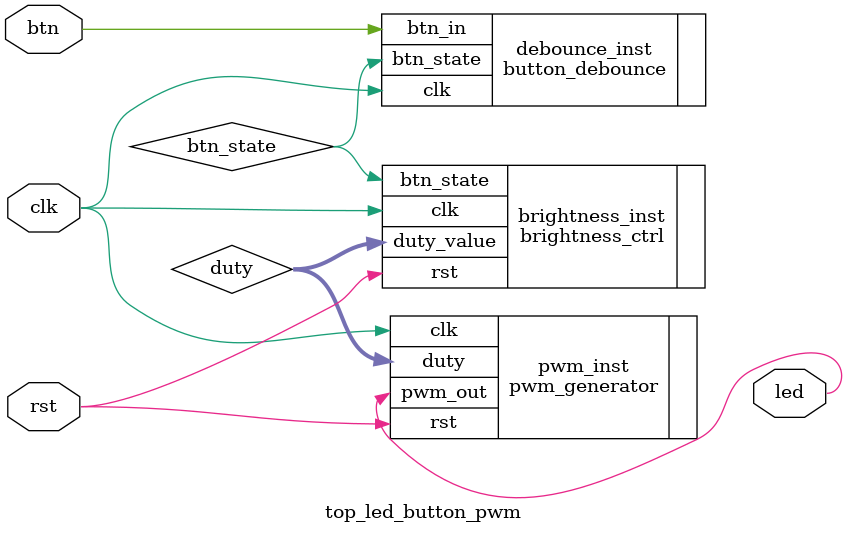
<source format=v>
`timescale 1ns / 1ps
module top_led_button_pwm (
    input  wire clk,     // 100 MHz clock
    input  wire rst,     // Nút reset (nếu có)
    input  wire btn,     // Nút nhấn
    output wire led      // LED điều khiển
);

    wire btn_state;
    wire [7:0] duty;

    // 1. Chống dội nút
    button_debounce debounce_inst (
        .clk(clk),
        .btn_in(btn),
        .btn_state(btn_state)
    );

    // 2. Điều khiển độ sáng
    brightness_ctrl brightness_inst (
        .clk(clk),
        .rst(rst),
        .btn_state(btn_state),
        .duty_value(duty)
    );

    // 3. Tạo PWM
    pwm_generator pwm_inst (
        .clk(clk),
        .rst(rst),
        .duty(duty),
        .pwm_out(led)
    );

endmodule

</source>
